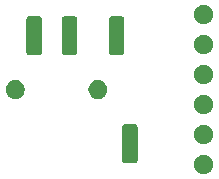
<source format=gbr>
G04 #@! TF.GenerationSoftware,KiCad,Pcbnew,(5.1.5)-3*
G04 #@! TF.CreationDate,2020-12-21T12:30:49+01:00*
G04 #@! TF.ProjectId,epimetheus_ina219,6570696d-6574-4686-9575-735f696e6132,rev?*
G04 #@! TF.SameCoordinates,Original*
G04 #@! TF.FileFunction,Soldermask,Top*
G04 #@! TF.FilePolarity,Negative*
%FSLAX46Y46*%
G04 Gerber Fmt 4.6, Leading zero omitted, Abs format (unit mm)*
G04 Created by KiCad (PCBNEW (5.1.5)-3) date 2020-12-21 12:30:49*
%MOMM*%
%LPD*%
G04 APERTURE LIST*
%ADD10C,0.100000*%
G04 APERTURE END LIST*
D10*
G36*
X179561142Y-36556242D02*
G01*
X179709101Y-36617529D01*
X179842255Y-36706499D01*
X179955501Y-36819745D01*
X180044471Y-36952899D01*
X180105758Y-37100858D01*
X180137000Y-37257925D01*
X180137000Y-37418075D01*
X180105758Y-37575142D01*
X180044471Y-37723101D01*
X179955501Y-37856255D01*
X179842255Y-37969501D01*
X179709101Y-38058471D01*
X179561142Y-38119758D01*
X179404075Y-38151000D01*
X179243925Y-38151000D01*
X179086858Y-38119758D01*
X178938899Y-38058471D01*
X178805745Y-37969501D01*
X178692499Y-37856255D01*
X178603529Y-37723101D01*
X178542242Y-37575142D01*
X178511000Y-37418075D01*
X178511000Y-37257925D01*
X178542242Y-37100858D01*
X178603529Y-36952899D01*
X178692499Y-36819745D01*
X178805745Y-36706499D01*
X178938899Y-36617529D01*
X179086858Y-36556242D01*
X179243925Y-36525000D01*
X179404075Y-36525000D01*
X179561142Y-36556242D01*
G37*
G36*
X173512192Y-33914646D02*
G01*
X173561414Y-33929578D01*
X173606778Y-33953826D01*
X173646542Y-33986458D01*
X173679174Y-34026222D01*
X173703422Y-34071586D01*
X173718354Y-34120808D01*
X173724000Y-34178140D01*
X173724000Y-36941860D01*
X173718354Y-36999192D01*
X173703422Y-37048414D01*
X173679174Y-37093778D01*
X173646542Y-37133542D01*
X173606778Y-37166174D01*
X173561414Y-37190422D01*
X173512192Y-37205354D01*
X173454860Y-37211000D01*
X172691140Y-37211000D01*
X172633808Y-37205354D01*
X172584586Y-37190422D01*
X172539222Y-37166174D01*
X172499458Y-37133542D01*
X172466826Y-37093778D01*
X172442578Y-37048414D01*
X172427646Y-36999192D01*
X172422000Y-36941860D01*
X172422000Y-34178140D01*
X172427646Y-34120808D01*
X172442578Y-34071586D01*
X172466826Y-34026222D01*
X172499458Y-33986458D01*
X172539222Y-33953826D01*
X172584586Y-33929578D01*
X172633808Y-33914646D01*
X172691140Y-33909000D01*
X173454860Y-33909000D01*
X173512192Y-33914646D01*
G37*
G36*
X179561142Y-34016242D02*
G01*
X179709101Y-34077529D01*
X179842255Y-34166499D01*
X179955501Y-34279745D01*
X180044471Y-34412899D01*
X180105758Y-34560858D01*
X180137000Y-34717925D01*
X180137000Y-34878075D01*
X180105758Y-35035142D01*
X180044471Y-35183101D01*
X179955501Y-35316255D01*
X179842255Y-35429501D01*
X179709101Y-35518471D01*
X179561142Y-35579758D01*
X179404075Y-35611000D01*
X179243925Y-35611000D01*
X179086858Y-35579758D01*
X178938899Y-35518471D01*
X178805745Y-35429501D01*
X178692499Y-35316255D01*
X178603529Y-35183101D01*
X178542242Y-35035142D01*
X178511000Y-34878075D01*
X178511000Y-34717925D01*
X178542242Y-34560858D01*
X178603529Y-34412899D01*
X178692499Y-34279745D01*
X178805745Y-34166499D01*
X178938899Y-34077529D01*
X179086858Y-34016242D01*
X179243925Y-33985000D01*
X179404075Y-33985000D01*
X179561142Y-34016242D01*
G37*
G36*
X179561142Y-31476242D02*
G01*
X179709101Y-31537529D01*
X179842255Y-31626499D01*
X179955501Y-31739745D01*
X180044471Y-31872899D01*
X180105758Y-32020858D01*
X180137000Y-32177925D01*
X180137000Y-32338075D01*
X180105758Y-32495142D01*
X180044471Y-32643101D01*
X179955501Y-32776255D01*
X179842255Y-32889501D01*
X179709101Y-32978471D01*
X179561142Y-33039758D01*
X179404075Y-33071000D01*
X179243925Y-33071000D01*
X179086858Y-33039758D01*
X178938899Y-32978471D01*
X178805745Y-32889501D01*
X178692499Y-32776255D01*
X178603529Y-32643101D01*
X178542242Y-32495142D01*
X178511000Y-32338075D01*
X178511000Y-32177925D01*
X178542242Y-32020858D01*
X178603529Y-31872899D01*
X178692499Y-31739745D01*
X178805745Y-31626499D01*
X178938899Y-31537529D01*
X179086858Y-31476242D01*
X179243925Y-31445000D01*
X179404075Y-31445000D01*
X179561142Y-31476242D01*
G37*
G36*
X163606642Y-30217781D02*
G01*
X163752414Y-30278162D01*
X163752416Y-30278163D01*
X163883608Y-30365822D01*
X163995178Y-30477392D01*
X164010122Y-30499758D01*
X164082838Y-30608586D01*
X164143219Y-30754358D01*
X164174000Y-30909107D01*
X164174000Y-31066893D01*
X164143219Y-31221642D01*
X164082838Y-31367414D01*
X164082837Y-31367416D01*
X163995178Y-31498608D01*
X163883608Y-31610178D01*
X163752416Y-31697837D01*
X163752415Y-31697838D01*
X163752414Y-31697838D01*
X163606642Y-31758219D01*
X163451893Y-31789000D01*
X163294107Y-31789000D01*
X163139358Y-31758219D01*
X162993586Y-31697838D01*
X162993585Y-31697838D01*
X162993584Y-31697837D01*
X162862392Y-31610178D01*
X162750822Y-31498608D01*
X162663163Y-31367416D01*
X162663162Y-31367414D01*
X162602781Y-31221642D01*
X162572000Y-31066893D01*
X162572000Y-30909107D01*
X162602781Y-30754358D01*
X162663162Y-30608586D01*
X162735878Y-30499758D01*
X162750822Y-30477392D01*
X162862392Y-30365822D01*
X162993584Y-30278163D01*
X162993586Y-30278162D01*
X163139358Y-30217781D01*
X163294107Y-30187000D01*
X163451893Y-30187000D01*
X163606642Y-30217781D01*
G37*
G36*
X170606642Y-30217781D02*
G01*
X170752414Y-30278162D01*
X170752416Y-30278163D01*
X170883608Y-30365822D01*
X170995178Y-30477392D01*
X171010122Y-30499758D01*
X171082838Y-30608586D01*
X171143219Y-30754358D01*
X171174000Y-30909107D01*
X171174000Y-31066893D01*
X171143219Y-31221642D01*
X171082838Y-31367414D01*
X171082837Y-31367416D01*
X170995178Y-31498608D01*
X170883608Y-31610178D01*
X170752416Y-31697837D01*
X170752415Y-31697838D01*
X170752414Y-31697838D01*
X170606642Y-31758219D01*
X170451893Y-31789000D01*
X170294107Y-31789000D01*
X170139358Y-31758219D01*
X169993586Y-31697838D01*
X169993585Y-31697838D01*
X169993584Y-31697837D01*
X169862392Y-31610178D01*
X169750822Y-31498608D01*
X169663163Y-31367416D01*
X169663162Y-31367414D01*
X169602781Y-31221642D01*
X169572000Y-31066893D01*
X169572000Y-30909107D01*
X169602781Y-30754358D01*
X169663162Y-30608586D01*
X169735878Y-30499758D01*
X169750822Y-30477392D01*
X169862392Y-30365822D01*
X169993584Y-30278163D01*
X169993586Y-30278162D01*
X170139358Y-30217781D01*
X170294107Y-30187000D01*
X170451893Y-30187000D01*
X170606642Y-30217781D01*
G37*
G36*
X179561142Y-28936242D02*
G01*
X179709101Y-28997529D01*
X179842255Y-29086499D01*
X179955501Y-29199745D01*
X180044471Y-29332899D01*
X180105758Y-29480858D01*
X180137000Y-29637925D01*
X180137000Y-29798075D01*
X180105758Y-29955142D01*
X180044471Y-30103101D01*
X179955501Y-30236255D01*
X179842255Y-30349501D01*
X179709101Y-30438471D01*
X179561142Y-30499758D01*
X179404075Y-30531000D01*
X179243925Y-30531000D01*
X179086858Y-30499758D01*
X178938899Y-30438471D01*
X178805745Y-30349501D01*
X178692499Y-30236255D01*
X178603529Y-30103101D01*
X178542242Y-29955142D01*
X178511000Y-29798075D01*
X178511000Y-29637925D01*
X178542242Y-29480858D01*
X178603529Y-29332899D01*
X178692499Y-29199745D01*
X178805745Y-29086499D01*
X178938899Y-28997529D01*
X179086858Y-28936242D01*
X179243925Y-28905000D01*
X179404075Y-28905000D01*
X179561142Y-28936242D01*
G37*
G36*
X165412192Y-24770646D02*
G01*
X165461414Y-24785578D01*
X165506778Y-24809826D01*
X165546542Y-24842458D01*
X165579174Y-24882222D01*
X165603422Y-24927586D01*
X165618354Y-24976808D01*
X165624000Y-25034140D01*
X165624000Y-27797860D01*
X165618354Y-27855192D01*
X165603422Y-27904414D01*
X165579174Y-27949778D01*
X165546542Y-27989542D01*
X165506778Y-28022174D01*
X165461414Y-28046422D01*
X165412192Y-28061354D01*
X165354860Y-28067000D01*
X164591140Y-28067000D01*
X164533808Y-28061354D01*
X164484586Y-28046422D01*
X164439222Y-28022174D01*
X164399458Y-27989542D01*
X164366826Y-27949778D01*
X164342578Y-27904414D01*
X164327646Y-27855192D01*
X164322000Y-27797860D01*
X164322000Y-25034140D01*
X164327646Y-24976808D01*
X164342578Y-24927586D01*
X164366826Y-24882222D01*
X164399458Y-24842458D01*
X164439222Y-24809826D01*
X164484586Y-24785578D01*
X164533808Y-24770646D01*
X164591140Y-24765000D01*
X165354860Y-24765000D01*
X165412192Y-24770646D01*
G37*
G36*
X168412192Y-24770646D02*
G01*
X168461414Y-24785578D01*
X168506778Y-24809826D01*
X168546542Y-24842458D01*
X168579174Y-24882222D01*
X168603422Y-24927586D01*
X168618354Y-24976808D01*
X168624000Y-25034140D01*
X168624000Y-27797860D01*
X168618354Y-27855192D01*
X168603422Y-27904414D01*
X168579174Y-27949778D01*
X168546542Y-27989542D01*
X168506778Y-28022174D01*
X168461414Y-28046422D01*
X168412192Y-28061354D01*
X168354860Y-28067000D01*
X167591140Y-28067000D01*
X167533808Y-28061354D01*
X167484586Y-28046422D01*
X167439222Y-28022174D01*
X167399458Y-27989542D01*
X167366826Y-27949778D01*
X167342578Y-27904414D01*
X167327646Y-27855192D01*
X167322000Y-27797860D01*
X167322000Y-25034140D01*
X167327646Y-24976808D01*
X167342578Y-24927586D01*
X167366826Y-24882222D01*
X167399458Y-24842458D01*
X167439222Y-24809826D01*
X167484586Y-24785578D01*
X167533808Y-24770646D01*
X167591140Y-24765000D01*
X168354860Y-24765000D01*
X168412192Y-24770646D01*
G37*
G36*
X172397192Y-24770646D02*
G01*
X172446414Y-24785578D01*
X172491778Y-24809826D01*
X172531542Y-24842458D01*
X172564174Y-24882222D01*
X172588422Y-24927586D01*
X172603354Y-24976808D01*
X172609000Y-25034140D01*
X172609000Y-27797860D01*
X172603354Y-27855192D01*
X172588422Y-27904414D01*
X172564174Y-27949778D01*
X172531542Y-27989542D01*
X172491778Y-28022174D01*
X172446414Y-28046422D01*
X172397192Y-28061354D01*
X172339860Y-28067000D01*
X171576140Y-28067000D01*
X171518808Y-28061354D01*
X171469586Y-28046422D01*
X171424222Y-28022174D01*
X171384458Y-27989542D01*
X171351826Y-27949778D01*
X171327578Y-27904414D01*
X171312646Y-27855192D01*
X171307000Y-27797860D01*
X171307000Y-25034140D01*
X171312646Y-24976808D01*
X171327578Y-24927586D01*
X171351826Y-24882222D01*
X171384458Y-24842458D01*
X171424222Y-24809826D01*
X171469586Y-24785578D01*
X171518808Y-24770646D01*
X171576140Y-24765000D01*
X172339860Y-24765000D01*
X172397192Y-24770646D01*
G37*
G36*
X179561142Y-26396242D02*
G01*
X179709101Y-26457529D01*
X179842255Y-26546499D01*
X179955501Y-26659745D01*
X180044471Y-26792899D01*
X180105758Y-26940858D01*
X180137000Y-27097925D01*
X180137000Y-27258075D01*
X180105758Y-27415142D01*
X180044471Y-27563101D01*
X179955501Y-27696255D01*
X179842255Y-27809501D01*
X179709101Y-27898471D01*
X179561142Y-27959758D01*
X179404075Y-27991000D01*
X179243925Y-27991000D01*
X179086858Y-27959758D01*
X178938899Y-27898471D01*
X178805745Y-27809501D01*
X178692499Y-27696255D01*
X178603529Y-27563101D01*
X178542242Y-27415142D01*
X178511000Y-27258075D01*
X178511000Y-27097925D01*
X178542242Y-26940858D01*
X178603529Y-26792899D01*
X178692499Y-26659745D01*
X178805745Y-26546499D01*
X178938899Y-26457529D01*
X179086858Y-26396242D01*
X179243925Y-26365000D01*
X179404075Y-26365000D01*
X179561142Y-26396242D01*
G37*
G36*
X179561142Y-23856242D02*
G01*
X179709101Y-23917529D01*
X179842255Y-24006499D01*
X179955501Y-24119745D01*
X180044471Y-24252899D01*
X180105758Y-24400858D01*
X180137000Y-24557925D01*
X180137000Y-24718075D01*
X180105758Y-24875142D01*
X180044471Y-25023101D01*
X179955501Y-25156255D01*
X179842255Y-25269501D01*
X179709101Y-25358471D01*
X179561142Y-25419758D01*
X179404075Y-25451000D01*
X179243925Y-25451000D01*
X179086858Y-25419758D01*
X178938899Y-25358471D01*
X178805745Y-25269501D01*
X178692499Y-25156255D01*
X178603529Y-25023101D01*
X178542242Y-24875142D01*
X178511000Y-24718075D01*
X178511000Y-24557925D01*
X178542242Y-24400858D01*
X178603529Y-24252899D01*
X178692499Y-24119745D01*
X178805745Y-24006499D01*
X178938899Y-23917529D01*
X179086858Y-23856242D01*
X179243925Y-23825000D01*
X179404075Y-23825000D01*
X179561142Y-23856242D01*
G37*
M02*

</source>
